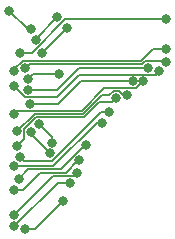
<source format=gbl>
%TF.GenerationSoftware,KiCad,Pcbnew,7.0.8*%
%TF.CreationDate,2024-02-10T12:17:18+00:00*%
%TF.ProjectId,Neptune-32x-315-5805-bypass,4e657074-756e-4652-9d33-32782d333135,rev?*%
%TF.SameCoordinates,Original*%
%TF.FileFunction,Copper,L2,Bot*%
%TF.FilePolarity,Positive*%
%FSLAX46Y46*%
G04 Gerber Fmt 4.6, Leading zero omitted, Abs format (unit mm)*
G04 Created by KiCad (PCBNEW 7.0.8) date 2024-02-10 12:17:18*
%MOMM*%
%LPD*%
G01*
G04 APERTURE LIST*
%TA.AperFunction,ViaPad*%
%ADD10C,0.800000*%
%TD*%
%TA.AperFunction,Conductor*%
%ADD11C,0.127000*%
%TD*%
G04 APERTURE END LIST*
D10*
%TO.N,VA5*%
X98179600Y-63762100D03*
X100015700Y-65336800D03*
%TO.N,VA6*%
X102778500Y-79862800D03*
X99556200Y-82221000D03*
%TO.N,VA7*%
X103374500Y-78326400D03*
X98621500Y-82042800D03*
%TO.N,VA8*%
X103908600Y-77485000D03*
X98618700Y-81046000D03*
%TO.N,VA9*%
X102272800Y-64326500D03*
X100431700Y-66222500D03*
%TO.N,VA10*%
X103072800Y-65238800D03*
X100942500Y-67369100D03*
%TO.N,VA11*%
X104151100Y-76436300D03*
X98613200Y-78928200D03*
%TO.N,VA12*%
X104672800Y-75156100D03*
X99016000Y-78018500D03*
%TO.N,VA13*%
X106048900Y-73241200D03*
X98604600Y-76957600D03*
%TO.N,VA14*%
X106632700Y-72377200D03*
X99101800Y-76149300D03*
%TO.N,VA15*%
X107283300Y-71163400D03*
X98869500Y-75221600D03*
%TO.N,VA16*%
X108209300Y-70931700D03*
X98858500Y-73985900D03*
%TO.N,VA17*%
X108645200Y-69764000D03*
X99927100Y-71660000D03*
%TO.N,VA18*%
X109565600Y-69764000D03*
X98593900Y-72550600D03*
%TO.N,VA19*%
X111517500Y-64510900D03*
X99158200Y-67353700D03*
%TO.N,VA20*%
X109921200Y-68596300D03*
X99821100Y-70492300D03*
%TO.N,VA21*%
X110918000Y-68855400D03*
X98599800Y-70138400D03*
%TO.N,VA22*%
X111503100Y-66994000D03*
X98599400Y-68863600D03*
%TO.N,VA23*%
X111511700Y-68082400D03*
X99524400Y-68651500D03*
%TO.N,VA1*%
X102452400Y-69168100D03*
X99786200Y-69571900D03*
%TO.N,VA2*%
X100051500Y-74009500D03*
X101671900Y-75856100D03*
%TO.N,VA3*%
X101825700Y-74935700D03*
X100721300Y-73339600D03*
%TD*%
D11*
%TO.N,VA5*%
X99754300Y-65336800D02*
X100015700Y-65336800D01*
X98179600Y-63762100D02*
X99754300Y-65336800D01*
%TO.N,VA6*%
X100420300Y-82221000D02*
X99556200Y-82221000D01*
X102778500Y-79862800D02*
X100420300Y-82221000D01*
%TO.N,VA7*%
X102337900Y-78326400D02*
X103374500Y-78326400D01*
X98621500Y-82042800D02*
X102337900Y-78326400D01*
%TO.N,VA8*%
X103657900Y-77735700D02*
X103908600Y-77485000D01*
X101929000Y-77735700D02*
X103657900Y-77735700D01*
X98618700Y-81046000D02*
X101929000Y-77735700D01*
%TO.N,VA9*%
X100431700Y-66167600D02*
X100431700Y-66222500D01*
X102272800Y-64326500D02*
X100431700Y-66167600D01*
%TO.N,VA10*%
X100942500Y-67369100D02*
X103072800Y-65238800D01*
%TO.N,VA11*%
X99411700Y-78928200D02*
X98613200Y-78928200D01*
X100851600Y-77488300D02*
X99411700Y-78928200D01*
X102987500Y-77488300D02*
X100851600Y-77488300D01*
X104039500Y-76436300D02*
X102987500Y-77488300D01*
X104151100Y-76436300D02*
X104039500Y-76436300D01*
%TO.N,VA12*%
X104605800Y-75156100D02*
X104672800Y-75156100D01*
X102556900Y-77205000D02*
X104605800Y-75156100D01*
X99829500Y-77205000D02*
X102556900Y-77205000D01*
X99016000Y-78018500D02*
X99829500Y-77205000D01*
%TO.N,VA13*%
X105667200Y-73241200D02*
X106048900Y-73241200D01*
X101950800Y-76957600D02*
X105667200Y-73241200D01*
X98604600Y-76957600D02*
X101950800Y-76957600D01*
%TO.N,VA14*%
X99476400Y-76523900D02*
X99101800Y-76149300D01*
X101830000Y-76523900D02*
X99476400Y-76523900D01*
X105976700Y-72377200D02*
X101830000Y-76523900D01*
X106632700Y-72377200D02*
X105976700Y-72377200D01*
%TO.N,VA15*%
X99465300Y-74625800D02*
X98869500Y-75221600D01*
X99465300Y-73770200D02*
X99465300Y-74625800D01*
X99809800Y-73425700D02*
X99465300Y-73770200D01*
X99809900Y-73425700D02*
X99809800Y-73425700D01*
X99809900Y-73425500D02*
X99809900Y-73425700D01*
X100479600Y-72755800D02*
X99809900Y-73425500D01*
X104546400Y-72755800D02*
X100479600Y-72755800D01*
X105783000Y-71519200D02*
X104546400Y-72755800D01*
X106927500Y-71519200D02*
X105783000Y-71519200D01*
X107283300Y-71163400D02*
X106927500Y-71519200D01*
%TO.N,VA16*%
X100353100Y-72491300D02*
X98858500Y-73985900D01*
X104461200Y-72491300D02*
X100353100Y-72491300D01*
X106020800Y-70931700D02*
X104461200Y-72491300D01*
X106689600Y-70931700D02*
X106020800Y-70931700D01*
X106689600Y-70931600D02*
X106689600Y-70931700D01*
X107041600Y-70579600D02*
X106689600Y-70931600D01*
X107525100Y-70579600D02*
X107041600Y-70579600D01*
X107877200Y-70931700D02*
X107525100Y-70579600D01*
X108209300Y-70931700D02*
X107877200Y-70931700D01*
%TO.N,VA17*%
X102364200Y-71660000D02*
X99927100Y-71660000D01*
X104260200Y-69764000D02*
X102364200Y-71660000D01*
X108645200Y-69764000D02*
X104260200Y-69764000D01*
%TO.N,VA18*%
X98900600Y-72243900D02*
X98593900Y-72550600D01*
X104358900Y-72243900D02*
X98900600Y-72243900D01*
X106270500Y-70332300D02*
X104358900Y-72243900D01*
X107627500Y-70332300D02*
X106270500Y-70332300D01*
X107643000Y-70347800D02*
X107627500Y-70332300D01*
X108981800Y-70347800D02*
X107643000Y-70347800D01*
X109565600Y-69764000D02*
X108981800Y-70347800D01*
%TO.N,VA19*%
X102968900Y-64510900D02*
X111517500Y-64510900D01*
X100126100Y-67353700D02*
X102968900Y-64510900D01*
X99158200Y-67353700D02*
X100126100Y-67353700D01*
%TO.N,VA20*%
X102221200Y-70492300D02*
X99821100Y-70492300D01*
X104117200Y-68596300D02*
X102221200Y-70492300D01*
X109921200Y-68596300D02*
X104117200Y-68596300D01*
%TO.N,VA21*%
X99537600Y-71076200D02*
X98599800Y-70138400D01*
X102248600Y-71076200D02*
X99537600Y-71076200D01*
X104144600Y-69180200D02*
X102248600Y-71076200D01*
X110593200Y-69180200D02*
X104144600Y-69180200D01*
X110918000Y-68855400D02*
X110593200Y-69180200D01*
%TO.N,VA22*%
X98599400Y-68749800D02*
X98599400Y-68863600D01*
X99351900Y-67997300D02*
X98599400Y-68749800D01*
X109345000Y-67997300D02*
X99351900Y-67997300D01*
X110348300Y-66994000D02*
X109345000Y-67997300D01*
X111503100Y-66994000D02*
X110348300Y-66994000D01*
%TO.N,VA23*%
X99931300Y-68244600D02*
X99524400Y-68651500D01*
X109447400Y-68244600D02*
X99931300Y-68244600D01*
X109679500Y-68012500D02*
X109447400Y-68244600D01*
X111441800Y-68012500D02*
X109679500Y-68012500D01*
X111511700Y-68082400D02*
X111441800Y-68012500D01*
%TO.N,VA1*%
X100190000Y-69168100D02*
X99786200Y-69571900D01*
X102452400Y-69168100D02*
X100190000Y-69168100D01*
%TO.N,VA2*%
X100051500Y-74235700D02*
X100051500Y-74009500D01*
X101671900Y-75856100D02*
X100051500Y-74235700D01*
%TO.N,VA3*%
X101825700Y-74444000D02*
X100721300Y-73339600D01*
X101825700Y-74935700D02*
X101825700Y-74444000D01*
%TD*%
M02*

</source>
